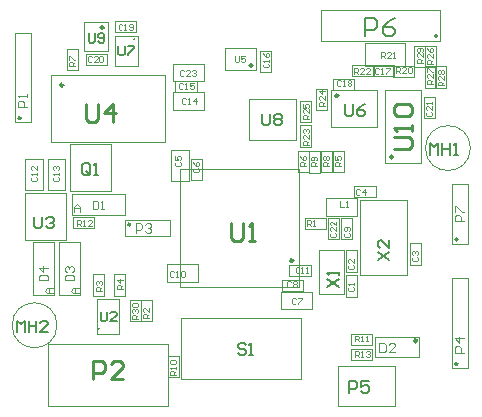
<source format=gbr>
%TF.GenerationSoftware,Altium Limited,Altium Designer,20.1.14 (287)*%
G04 Layer_Color=16711935*
%FSLAX45Y45*%
%MOMM*%
%TF.SameCoordinates,D919A4BC-3EF6-4BA5-801F-EB9C9E4D33F9*%
%TF.FilePolarity,Positive*%
%TF.FileFunction,Other,Assembly_top*%
%TF.Part,Single*%
G01*
G75*
%TA.AperFunction,NonConductor*%
%ADD55C,0.20000*%
%ADD61C,0.25000*%
%ADD62C,0.25400*%
%ADD63C,0.10000*%
%ADD105C,0.15000*%
D55*
X1095000Y3125000D02*
G03*
X1095000Y3125000I-5590J0D01*
G01*
X796181Y672500D02*
G03*
X796181Y672500I-5590J0D01*
G01*
X3051371Y3149427D02*
Y3299378D01*
X3126347D01*
X3151338Y3274386D01*
Y3224402D01*
X3126347Y3199410D01*
X3051371D01*
X3301290Y3299378D02*
X3251306Y3274386D01*
X3201322Y3224402D01*
Y3174418D01*
X3226314Y3149427D01*
X3276298D01*
X3301290Y3174418D01*
Y3199410D01*
X3276298Y3224402D01*
X3201322D01*
D61*
X2440000Y1248774D02*
G03*
X2440000Y1248774I-12500J0D01*
G01*
X493108Y2732700D02*
G03*
X493108Y2732700I-12500J0D01*
G01*
X835000Y3220000D02*
G03*
X835000Y3220000I-12500J0D01*
G01*
X2095685Y2900127D02*
G03*
X2095685Y2900127I-12500J0D01*
G01*
X2821371Y2645126D02*
G03*
X2821371Y2645126I-12500J0D01*
G01*
X3283871Y2125026D02*
G03*
X3283871Y2125026I-10000J0D01*
G01*
X3486925Y569400D02*
G03*
X3486925Y569400I-12500J0D01*
G01*
D62*
X130002Y2454201D02*
G03*
X130002Y2454201I-7502J0D01*
G01*
X3830001Y1425325D02*
G03*
X3830001Y1425325I-7502J0D01*
G01*
Y373500D02*
G03*
X3830001Y373500I-7502J0D01*
G01*
X3655373Y3149427D02*
G03*
X3655373Y3149427I-7502J0D01*
G01*
X1058001Y1553774D02*
G03*
X1058001Y1553774I-7502J0D01*
G01*
X1910000Y1562351D02*
Y1435392D01*
X1935392Y1410000D01*
X1986175D01*
X2011567Y1435392D01*
Y1562351D01*
X2062351Y1410000D02*
X2113134D01*
X2087743D01*
Y1562351D01*
X2062351Y1536959D01*
X682500Y2574051D02*
Y2447092D01*
X707892Y2421701D01*
X758675D01*
X784067Y2447092D01*
Y2574051D01*
X911026Y2421701D02*
Y2574051D01*
X834851Y2497876D01*
X936418D01*
X3296520Y2190027D02*
X3423479D01*
X3448871Y2215418D01*
Y2266202D01*
X3423479Y2291594D01*
X3296520D01*
X3448871Y2342377D02*
Y2393161D01*
Y2367769D01*
X3296520D01*
X3321912Y2342377D01*
Y2469336D02*
X3296520Y2494728D01*
Y2545512D01*
X3321912Y2570903D01*
X3423479D01*
X3448871Y2545512D01*
Y2494728D01*
X3423479Y2469336D01*
X3321912D01*
X745000Y242500D02*
Y394851D01*
X821175D01*
X846567Y369459D01*
Y318675D01*
X821175Y293283D01*
X745000D01*
X998918Y242500D02*
X897351D01*
X998918Y344067D01*
Y369459D01*
X973526Y394851D01*
X922742D01*
X897351Y369459D01*
D63*
X3940000Y2200000D02*
G03*
X3940000Y2200000I-190000J0D01*
G01*
X440000Y700000D02*
G03*
X440000Y700000I-190000J0D01*
G01*
X1420000Y2765000D02*
Y2915000D01*
Y2765000D02*
X1682500D01*
X1420000Y2915000D02*
X1682500D01*
Y2765000D02*
Y2915000D01*
X1055000Y915000D02*
X1147500D01*
X1055000Y735000D02*
Y915000D01*
X1147500Y735000D02*
Y915000D01*
X1055000Y735000D02*
X1147500D01*
X2490000Y1023774D02*
Y2021274D01*
X1485000D02*
X2490000D01*
X1485000Y1023774D02*
Y2021274D01*
Y1023774D02*
X2490000D01*
X385608Y2822700D02*
X1358108D01*
Y2255200D02*
Y2822700D01*
X385608Y2255200D02*
X1358108D01*
X385608D02*
Y2822700D01*
X2507500Y242500D02*
Y760000D01*
X1490000D02*
X2507500D01*
X1490000Y242500D02*
X2507500D01*
X1490000D02*
Y760000D01*
X1152500Y735000D02*
X1245000D01*
Y915000D01*
X1152500Y735000D02*
Y915000D01*
X1245000D01*
X1420000Y2525000D02*
Y2675000D01*
Y2525000D02*
X1682500D01*
X1420000Y2675000D02*
X1682500D01*
Y2525000D02*
Y2675000D01*
X1442500Y2672500D02*
Y2765000D01*
Y2672500D02*
X1622500D01*
X1442500Y2765000D02*
X1622500D01*
Y2672500D02*
Y2765000D01*
X82500Y2416701D02*
X217500D01*
X82500D02*
Y3176701D01*
X217500D01*
Y2416701D02*
Y3176701D01*
X3782500Y1387825D02*
X3917500D01*
X3782500D02*
Y1897825D01*
X3917500Y1387825D02*
Y1897825D01*
X3782500D02*
X3917500D01*
X3782500Y336000D02*
X3917500D01*
X3782500D02*
Y1096000D01*
X3917500D01*
Y336000D02*
Y1096000D01*
X3685371Y3109427D02*
Y3369427D01*
X2675371Y3109427D02*
X3685371D01*
X2675371D02*
Y3369427D01*
X3685371D01*
X872500Y3025000D02*
Y3270000D01*
X672500Y3025000D02*
X872500D01*
X672500D02*
Y3270000D01*
X872500D01*
X927500Y2895000D02*
X1122500D01*
X927500D02*
Y3150000D01*
X1122500D01*
Y2895000D02*
Y3150000D01*
X2158185Y2845126D02*
X2250685D01*
Y3025127D01*
X2158185Y2845126D02*
Y3025127D01*
X2250685D01*
X2776070Y2695826D02*
Y2788326D01*
Y2695826D02*
X2956071D01*
X2776070Y2788326D02*
X2956071D01*
Y2695826D02*
Y2788326D01*
X3643871Y2712627D02*
X3736371D01*
Y2892627D01*
X3643871Y2712627D02*
Y2892627D01*
X3736371D01*
X3556371D02*
X3648871D01*
X3556371Y2712627D02*
Y2892627D01*
X3648871Y2712627D02*
Y2892627D01*
X3556371Y2712627D02*
X3648871D01*
X3556371Y3062627D02*
X3648871D01*
X3556371Y2882626D02*
Y3062627D01*
X3648871Y2882626D02*
Y3062627D01*
X3556371Y2882626D02*
X3648871D01*
X1860685Y2857626D02*
Y3050126D01*
Y2857626D02*
X2125685D01*
X1860685Y3050126D02*
X2125685D01*
Y2857626D02*
Y3050126D01*
X2636071Y2523326D02*
X2728571D01*
Y2703327D01*
X2636071Y2523326D02*
Y2703327D01*
X2728571D01*
X2758871Y2375126D02*
Y2695126D01*
Y2375126D02*
X3151371D01*
Y2695126D01*
X2758871D02*
X3151371D01*
X2941371Y2807627D02*
Y2900127D01*
Y2807627D02*
X3121371D01*
X2941371Y2900127D02*
X3121371D01*
Y2807627D02*
Y2900127D01*
X3293246Y2807627D02*
Y2900127D01*
X3113245D02*
X3293246D01*
X3113245Y2807627D02*
X3293246D01*
X3113245D02*
Y2900127D01*
X3463871Y2805127D02*
Y2897627D01*
X3283870D02*
X3463871D01*
X3283870Y2805127D02*
X3463871D01*
X3283870D02*
Y2897627D01*
X862500Y2905000D02*
Y2997500D01*
X682500D02*
X862500D01*
X682500Y2905000D02*
X862500D01*
X682500D02*
Y2997500D01*
X1112500Y3180000D02*
Y3272500D01*
X932500D02*
X1112500D01*
X932500Y3180000D02*
X1112500D01*
X932500D02*
Y3272500D01*
X3461771Y3062627D02*
X3554271D01*
X3461771Y2882626D02*
Y3062627D01*
X3554271Y2882626D02*
Y3062627D01*
X3461771Y2882626D02*
X3554271D01*
X3051371Y3087627D02*
X3386371D01*
X3051371Y2895127D02*
Y3087627D01*
Y2895127D02*
X3386371D01*
Y3087627D01*
X3216371Y2077526D02*
Y2690027D01*
X3523871D01*
Y2077526D02*
Y2690027D01*
X3216371Y2077526D02*
X3523871D01*
X3548673Y2632728D02*
X3641173D01*
X3548673Y2452728D02*
Y2632728D01*
X3641173Y2452728D02*
Y2632728D01*
X3548673Y2452728D02*
X3641173D01*
X2498370Y2212126D02*
X2590870D01*
Y2392127D01*
X2498370Y2212126D02*
Y2392127D01*
X2590870D01*
X2463185Y2269027D02*
Y2616527D01*
X2065685D02*
X2463185D01*
X2065685Y2269027D02*
Y2616527D01*
Y2269027D02*
X2463185D01*
X2500070Y2417152D02*
X2592570D01*
Y2597152D01*
X2500070Y2417152D02*
Y2597152D01*
X2592570D01*
X2818245Y353813D02*
X3301438D01*
Y18897D02*
Y353813D01*
X2818245Y18897D02*
X3301438D01*
X2818245D02*
Y353813D01*
X2885500Y1153000D02*
X2978000D01*
Y1333000D01*
X2885500Y1153000D02*
Y1333000D01*
X2978000D01*
X3001825Y1128000D02*
X3401825D01*
Y1760500D01*
X3001825D02*
X3401825D01*
X3001825Y1128000D02*
Y1760500D01*
X567500Y1810000D02*
X1015000D01*
Y1632500D02*
Y1810000D01*
X567500Y1632500D02*
X1015000D01*
X567500D02*
Y1810000D01*
X2719365Y1625000D02*
Y1775000D01*
Y1625000D02*
X2981865D01*
X2719365Y1775000D02*
X2981865D01*
Y1625000D02*
Y1775000D01*
X925000Y1130000D02*
X1017500D01*
X925000Y950000D02*
Y1130000D01*
X1017500Y950000D02*
Y1130000D01*
X925000Y950000D02*
X1017500D01*
X745000Y1130000D02*
X837500D01*
X745000Y950000D02*
Y1130000D01*
X837500Y950000D02*
Y1130000D01*
X745000Y950000D02*
X837500D01*
X361651Y12500D02*
Y541113D01*
Y12500D02*
X1378700D01*
Y541113D01*
X361651D02*
X1378700D01*
X780000Y630000D02*
Y922500D01*
Y630000D02*
X965000D01*
Y922500D01*
X780000D02*
X965000D01*
X1013000Y1458774D02*
X1398000D01*
Y1593774D01*
X1013000D02*
X1398000D01*
X1013000Y1458774D02*
Y1593774D01*
X1377500Y260000D02*
X1470000D01*
Y440000D01*
X1377500Y260000D02*
Y440000D01*
X1470000D01*
X3134423Y429400D02*
Y604400D01*
X3509425D01*
Y429400D02*
Y604400D01*
X3134423Y429400D02*
X3509425D01*
X237500Y1400895D02*
X415000D01*
X237500Y953395D02*
Y1400895D01*
X415000Y953395D02*
Y1400895D01*
X237500Y953395D02*
X415000D01*
X2732500Y1607500D02*
X2825000D01*
X2732500Y1427500D02*
Y1607500D01*
X2825000Y1427500D02*
Y1607500D01*
X2732500Y1427500D02*
X2825000D01*
X457500Y953395D02*
Y1400895D01*
X635000D01*
Y953395D02*
Y1400895D01*
X457500Y953395D02*
X635000D01*
X575000Y1520000D02*
Y1612500D01*
Y1520000D02*
X755000D01*
X575000Y1612500D02*
X755000D01*
Y1520000D02*
Y1612500D01*
X550000Y1837500D02*
Y2235000D01*
X897500D01*
Y1837500D02*
Y2235000D01*
X550000Y1837500D02*
X897500D01*
X515000Y1422500D02*
Y1820000D01*
X167500Y1422500D02*
X515000D01*
X167500D02*
Y1820000D01*
X515000D01*
X170200Y2110025D02*
X320200D01*
X170200Y1847525D02*
Y2110025D01*
X320200Y1847525D02*
Y2110025D01*
X170200Y1847525D02*
X320200D01*
X360200Y2110025D02*
X510200D01*
X360200Y1847525D02*
Y2110025D01*
X510200Y1847525D02*
Y2110025D01*
X360200Y1847525D02*
X510200D01*
X2660000Y964275D02*
X2870000D01*
Y1339275D01*
X2660000D02*
X2870000D01*
X2660000Y964275D02*
Y1339275D01*
X2888000Y1122500D02*
X2980500D01*
X2888000Y942500D02*
Y1122500D01*
X2980500Y942500D02*
Y1122500D01*
X2888000Y942500D02*
X2980500D01*
X2957500Y1783825D02*
Y1876325D01*
Y1783825D02*
X3137500D01*
X2957500Y1876325D02*
X3137500D01*
Y1783825D02*
Y1876325D01*
X3428871Y1392500D02*
X3521371D01*
X3428871Y1212500D02*
Y1392500D01*
X3521371Y1212500D02*
Y1392500D01*
X3428871Y1212500D02*
X3521371D01*
X2602500Y835000D02*
Y985000D01*
X2340000D02*
X2602500D01*
X2340000Y835000D02*
X2602500D01*
X2340000D02*
Y985000D01*
X2522500Y988774D02*
Y1081274D01*
X2342500D02*
X2522500D01*
X2342500Y988774D02*
X2522500D01*
X2342500D02*
Y1081274D01*
X525000Y2860000D02*
X617500D01*
Y3040000D01*
X525000Y2860000D02*
Y3040000D01*
X617500D01*
X2407500Y1115000D02*
Y1207500D01*
Y1115000D02*
X2587500D01*
X2407500Y1207500D02*
X2587500D01*
Y1115000D02*
Y1207500D01*
X2717500Y1515000D02*
Y1607500D01*
X2537500D02*
X2717500D01*
X2537500Y1515000D02*
X2717500D01*
X2537500D02*
Y1607500D01*
X2848400Y1427500D02*
X2940900D01*
Y1607500D01*
X2848400Y1427500D02*
Y1607500D01*
X2940900D01*
X1575000Y2111300D02*
X1667500D01*
X1575000Y1931299D02*
Y2111300D01*
X1667500Y1931299D02*
Y2111300D01*
X1575000Y1931299D02*
X1667500D01*
X1405000Y2181300D02*
X1555000D01*
X1405000Y1918800D02*
Y2181300D01*
X1555000Y1918800D02*
Y2181300D01*
X1405000Y1918800D02*
X1555000D01*
X1367500Y1065000D02*
Y1215000D01*
Y1065000D02*
X1630000D01*
X1367500Y1215000D02*
X1630000D01*
Y1065000D02*
Y1215000D01*
X2929240Y534300D02*
Y626800D01*
Y534300D02*
X3109240D01*
X2929240Y626800D02*
X3109240D01*
Y534300D02*
Y626800D01*
X2929240Y409275D02*
Y501774D01*
Y409275D02*
X3109240D01*
X2929240Y501774D02*
X3109240D01*
Y409275D02*
Y501774D01*
X2477713Y1994309D02*
X2570213D01*
Y2174309D01*
X2477713Y1994309D02*
Y2174309D01*
X2570213D01*
X2571773Y1992500D02*
X2664273D01*
Y2172500D01*
X2571773Y1992500D02*
Y2172500D01*
X2664273D01*
X2673974Y1994309D02*
X2766474D01*
Y2174309D01*
X2673974Y1994309D02*
Y2174309D01*
X2766474D01*
X2774365Y1993839D02*
X2866865D01*
Y2173839D01*
X2774365Y1993839D02*
Y2173839D01*
X2866865D01*
X1518323Y2851653D02*
X1509992Y2859984D01*
X1493331D01*
X1485000Y2851653D01*
Y2818331D01*
X1493331Y2810000D01*
X1509992D01*
X1518323Y2818331D01*
X1568306Y2810000D02*
X1534984D01*
X1568306Y2843322D01*
Y2851653D01*
X1559976Y2859984D01*
X1543314D01*
X1534984Y2851653D01*
X1584967D02*
X1593298Y2859984D01*
X1609959D01*
X1618290Y2851653D01*
Y2843322D01*
X1609959Y2834992D01*
X1601628D01*
X1609959D01*
X1618290Y2826661D01*
Y2818331D01*
X1609959Y2810000D01*
X1593298D01*
X1584967Y2818331D01*
X1124837Y755751D02*
X1074853D01*
Y780743D01*
X1083184Y789074D01*
X1099845D01*
X1108176Y780743D01*
Y755751D01*
Y772412D02*
X1124837Y789074D01*
X1083184Y805735D02*
X1074853Y814065D01*
Y830727D01*
X1083184Y839057D01*
X1091514D01*
X1099845Y830727D01*
Y822396D01*
Y830727D01*
X1108176Y839057D01*
X1116506D01*
X1124837Y830727D01*
Y814065D01*
X1116506Y805735D01*
X1083184Y855718D02*
X1074853Y864049D01*
Y880710D01*
X1083184Y889041D01*
X1116506D01*
X1124837Y880710D01*
Y864049D01*
X1116506Y855718D01*
X1083184D01*
X1219364Y761568D02*
X1169380D01*
Y786560D01*
X1177711Y794891D01*
X1194372D01*
X1202703Y786560D01*
Y761568D01*
Y778229D02*
X1219364Y794891D01*
Y844874D02*
Y811552D01*
X1186042Y844874D01*
X1177711D01*
X1169380Y836544D01*
Y819883D01*
X1177711Y811552D01*
X1533323Y2612853D02*
X1524992Y2621184D01*
X1508331D01*
X1500000Y2612853D01*
Y2579531D01*
X1508331Y2571200D01*
X1524992D01*
X1533323Y2579531D01*
X1549984Y2571200D02*
X1566645D01*
X1558314D01*
Y2621184D01*
X1549984Y2612853D01*
X1616629Y2571200D02*
Y2621184D01*
X1591637Y2596192D01*
X1624959D01*
X1508322Y2742853D02*
X1499992Y2751184D01*
X1483331D01*
X1475000Y2742853D01*
Y2709531D01*
X1483331Y2701200D01*
X1499992D01*
X1508322Y2709531D01*
X1524983Y2701200D02*
X1541645D01*
X1533314D01*
Y2751184D01*
X1524983Y2742853D01*
X1599959Y2751184D02*
X1566637D01*
Y2726192D01*
X1583298Y2734523D01*
X1591629D01*
X1599959Y2726192D01*
Y2709531D01*
X1591629Y2701200D01*
X1574967D01*
X1566637Y2709531D01*
X187500Y2549201D02*
X107526D01*
Y2589188D01*
X120855Y2602517D01*
X147513D01*
X160842Y2589188D01*
Y2549201D01*
X187500Y2629175D02*
Y2655833D01*
Y2642504D01*
X107526D01*
X120855Y2629175D01*
X3886297Y1579283D02*
X3806323D01*
Y1619270D01*
X3819652Y1632599D01*
X3846310D01*
X3859639Y1619270D01*
Y1579283D01*
X3806323Y1659257D02*
Y1712573D01*
X3819652D01*
X3872968Y1659257D01*
X3886297D01*
X3887500Y468500D02*
X3807526D01*
Y508487D01*
X3820855Y521816D01*
X3847513D01*
X3860842Y508487D01*
Y468500D01*
X3887500Y588461D02*
X3807526D01*
X3847513Y548474D01*
Y601790D01*
X2191532Y2915949D02*
X2183202Y2907618D01*
Y2890957D01*
X2191532Y2882626D01*
X2224855D01*
X2233185Y2890957D01*
Y2907618D01*
X2224855Y2915949D01*
X2233185Y2932610D02*
Y2949271D01*
Y2940941D01*
X2183202D01*
X2191532Y2932610D01*
X2183202Y3007586D02*
X2191532Y2990924D01*
X2208193Y2974263D01*
X2224855D01*
X2233185Y2982594D01*
Y2999255D01*
X2224855Y3007586D01*
X2216524D01*
X2208193Y2999255D01*
Y2974263D01*
X2841893Y2765680D02*
X2833562Y2774010D01*
X2816901D01*
X2808570Y2765680D01*
Y2732357D01*
X2816901Y2724027D01*
X2833562D01*
X2841893Y2732357D01*
X2858554Y2724027D02*
X2875215D01*
X2866885D01*
Y2774010D01*
X2858554Y2765680D01*
X2900207D02*
X2908538Y2774010D01*
X2925199D01*
X2933530Y2765680D01*
Y2757349D01*
X2925199Y2749018D01*
X2933530Y2740688D01*
Y2732357D01*
X2925199Y2724027D01*
X2908538D01*
X2900207Y2732357D01*
Y2740688D01*
X2908538Y2749018D01*
X2900207Y2757349D01*
Y2765680D01*
X2908538Y2749018D02*
X2925199D01*
X3713871Y2730127D02*
X3663887D01*
Y2755118D01*
X3672218Y2763449D01*
X3688879D01*
X3697210Y2755118D01*
Y2730127D01*
Y2746788D02*
X3713871Y2763449D01*
Y2813433D02*
Y2780110D01*
X3680548Y2813433D01*
X3672218D01*
X3663887Y2805102D01*
Y2788441D01*
X3672218Y2780110D01*
Y2830094D02*
X3663887Y2838425D01*
Y2855086D01*
X3672218Y2863416D01*
X3680548D01*
X3688879Y2855086D01*
X3697210Y2863416D01*
X3705540D01*
X3713871Y2855086D01*
Y2838425D01*
X3705540Y2830094D01*
X3697210D01*
X3688879Y2838425D01*
X3680548Y2830094D01*
X3672218D01*
X3688879Y2838425D02*
Y2855086D01*
X3621371Y2742627D02*
X3571387D01*
Y2767619D01*
X3579718Y2775949D01*
X3596379D01*
X3604710Y2767619D01*
Y2742627D01*
Y2759288D02*
X3621371Y2775949D01*
Y2825933D02*
Y2792610D01*
X3588048Y2825933D01*
X3579718D01*
X3571387Y2817602D01*
Y2800941D01*
X3579718Y2792610D01*
X3571387Y2842594D02*
Y2875917D01*
X3579718D01*
X3613040Y2842594D01*
X3621371D01*
Y2912627D02*
X3571387D01*
Y2937618D01*
X3579718Y2945949D01*
X3596379D01*
X3604710Y2937618D01*
Y2912627D01*
Y2929288D02*
X3621371Y2945949D01*
Y2995933D02*
Y2962610D01*
X3588048Y2995933D01*
X3579718D01*
X3571387Y2987602D01*
Y2970941D01*
X3579718Y2962610D01*
X3571387Y3045916D02*
X3579718Y3029255D01*
X3596379Y3012594D01*
X3613040D01*
X3621371Y3020925D01*
Y3037586D01*
X3613040Y3045916D01*
X3604710D01*
X3596379Y3037586D01*
Y3012594D01*
X1950000Y2979984D02*
Y2938331D01*
X1958331Y2930000D01*
X1974992D01*
X1983322Y2938331D01*
Y2979984D01*
X2033306D02*
X1999984D01*
Y2954992D01*
X2016645Y2963322D01*
X2024975D01*
X2033306Y2954992D01*
Y2938331D01*
X2024975Y2930000D01*
X2008314D01*
X1999984Y2938331D01*
X2705879Y2555940D02*
X2655895D01*
Y2580931D01*
X2664225Y2589262D01*
X2680887D01*
X2689217Y2580931D01*
Y2555940D01*
Y2572601D02*
X2705879Y2589262D01*
Y2639246D02*
Y2605923D01*
X2672556Y2639246D01*
X2664225D01*
X2655895Y2630915D01*
Y2614254D01*
X2664225Y2605923D01*
X2705879Y2680899D02*
X2655895D01*
X2680887Y2655907D01*
Y2689229D01*
X2958871Y2830127D02*
Y2880110D01*
X2983862D01*
X2992193Y2871780D01*
Y2855118D01*
X2983862Y2846788D01*
X2958871D01*
X2975532D02*
X2992193Y2830127D01*
X3042177D02*
X3008854D01*
X3042177Y2863449D01*
Y2871780D01*
X3033846Y2880110D01*
X3017185D01*
X3008854Y2871780D01*
X3092160Y2830127D02*
X3058838D01*
X3092160Y2863449D01*
Y2871780D01*
X3083830Y2880110D01*
X3067169D01*
X3058838Y2871780D01*
X3164068D02*
X3155737Y2880110D01*
X3139076D01*
X3130746Y2871780D01*
Y2838457D01*
X3139076Y2830127D01*
X3155737D01*
X3164068Y2838457D01*
X3180729Y2830127D02*
X3197390D01*
X3189060D01*
Y2880110D01*
X3180729Y2871780D01*
X3222382Y2880110D02*
X3255705D01*
Y2871780D01*
X3222382Y2838457D01*
Y2830127D01*
X3311371Y2832627D02*
Y2882610D01*
X3336363D01*
X3344693Y2874280D01*
Y2857618D01*
X3336363Y2849288D01*
X3311371D01*
X3328032D02*
X3344693Y2832627D01*
X3394677D02*
X3361354D01*
X3394677Y2865949D01*
Y2874280D01*
X3386346Y2882610D01*
X3369685D01*
X3361354Y2874280D01*
X3411338D02*
X3419669Y2882610D01*
X3436330D01*
X3444661Y2874280D01*
Y2840957D01*
X3436330Y2832627D01*
X3419669D01*
X3411338Y2840957D01*
Y2874280D01*
X733323Y2969153D02*
X724992Y2977484D01*
X708331D01*
X700000Y2969153D01*
Y2935831D01*
X708331Y2927500D01*
X724992D01*
X733323Y2935831D01*
X783306Y2927500D02*
X749984D01*
X783306Y2960823D01*
Y2969153D01*
X774976Y2977484D01*
X758314D01*
X749984Y2969153D01*
X799967D02*
X808298Y2977484D01*
X824959D01*
X833290Y2969153D01*
Y2935831D01*
X824959Y2927500D01*
X808298D01*
X799967Y2935831D01*
Y2969153D01*
X994616Y3244390D02*
X986286Y3252720D01*
X969624D01*
X961294Y3244390D01*
Y3211067D01*
X969624Y3202737D01*
X986286D01*
X994616Y3211067D01*
X1011277Y3202737D02*
X1027939D01*
X1019608D01*
Y3252720D01*
X1011277Y3244390D01*
X1052931Y3211067D02*
X1061261Y3202737D01*
X1077922D01*
X1086253Y3211067D01*
Y3244390D01*
X1077922Y3252720D01*
X1061261D01*
X1052931Y3244390D01*
Y3236059D01*
X1061261Y3227729D01*
X1086253D01*
X3536771Y2917627D02*
X3486787D01*
Y2942618D01*
X3495118Y2950949D01*
X3511779D01*
X3520110Y2942618D01*
Y2917627D01*
Y2934288D02*
X3536771Y2950949D01*
Y3000933D02*
Y2967610D01*
X3503448Y3000933D01*
X3495118D01*
X3486787Y2992602D01*
Y2975941D01*
X3495118Y2967610D01*
X3528440Y3017594D02*
X3536771Y3025925D01*
Y3042586D01*
X3528440Y3050916D01*
X3495118D01*
X3486787Y3042586D01*
Y3025925D01*
X3495118Y3017594D01*
X3503448D01*
X3511779Y3025925D01*
Y3050916D01*
X3181371Y2962627D02*
Y3012610D01*
X3206363D01*
X3214693Y3004280D01*
Y2987618D01*
X3206363Y2979288D01*
X3181371D01*
X3198032D02*
X3214693Y2962627D01*
X3264677D02*
X3231354D01*
X3264677Y2995949D01*
Y3004280D01*
X3256346Y3012610D01*
X3239685D01*
X3231354Y3004280D01*
X3281338Y2962627D02*
X3297999D01*
X3289669D01*
Y3012610D01*
X3281338Y3004280D01*
X3577020Y2503550D02*
X3568689Y2495220D01*
Y2478558D01*
X3577020Y2470228D01*
X3610342D01*
X3618673Y2478558D01*
Y2495220D01*
X3610342Y2503550D01*
X3618673Y2553534D02*
Y2520211D01*
X3585350Y2553534D01*
X3577020D01*
X3568689Y2545203D01*
Y2528542D01*
X3577020Y2520211D01*
X3618673Y2570195D02*
Y2586856D01*
Y2578526D01*
X3568689D01*
X3577020Y2570195D01*
X2572378Y2230387D02*
X2522394D01*
Y2255379D01*
X2530725Y2263710D01*
X2547386D01*
X2555717Y2255379D01*
Y2230387D01*
Y2247048D02*
X2572378Y2263710D01*
Y2313693D02*
Y2280371D01*
X2539056Y2313693D01*
X2530725D01*
X2522394Y2305363D01*
Y2288702D01*
X2530725Y2280371D01*
Y2330354D02*
X2522394Y2338685D01*
Y2355346D01*
X2530725Y2363677D01*
X2539056D01*
X2547386Y2355346D01*
Y2347016D01*
Y2355346D01*
X2555717Y2363677D01*
X2564047D01*
X2572378Y2355346D01*
Y2338685D01*
X2564047Y2330354D01*
X2570036Y2443519D02*
X2520053D01*
Y2468510D01*
X2528383Y2476841D01*
X2545044D01*
X2553375Y2468510D01*
Y2443519D01*
Y2460180D02*
X2570036Y2476841D01*
Y2526825D02*
Y2493502D01*
X2536714Y2526825D01*
X2528383D01*
X2520053Y2518494D01*
Y2501833D01*
X2528383Y2493502D01*
X2520053Y2576808D02*
Y2543486D01*
X2545044D01*
X2536714Y2560147D01*
Y2568478D01*
X2545044Y2576808D01*
X2561706D01*
X2570036Y2568478D01*
Y2551817D01*
X2561706Y2543486D01*
X2914829Y1212107D02*
X2906498Y1203776D01*
Y1187115D01*
X2914829Y1178784D01*
X2948151D01*
X2956482Y1187115D01*
Y1203776D01*
X2948151Y1212107D01*
X2956482Y1262090D02*
Y1228768D01*
X2923160Y1262090D01*
X2914829D01*
X2906498Y1253759D01*
Y1237098D01*
X2914829Y1228768D01*
X741412Y1754542D02*
Y1684565D01*
X776401D01*
X788064Y1696227D01*
Y1742879D01*
X776401Y1754542D01*
X741412D01*
X811390Y1684565D02*
X834715D01*
X823052D01*
Y1754542D01*
X811390Y1742879D01*
X586207Y1656767D02*
Y1703418D01*
X609533Y1726744D01*
X632859Y1703418D01*
Y1656767D01*
Y1691756D01*
X586207D01*
X2839365Y1749984D02*
Y1700000D01*
X2872688D01*
X2889349D02*
X2906010D01*
X2897679D01*
Y1749984D01*
X2889349Y1741653D01*
X1000000Y1010000D02*
X950016D01*
Y1034992D01*
X958347Y1043322D01*
X975008D01*
X983339Y1034992D01*
Y1010000D01*
Y1026661D02*
X1000000Y1043322D01*
Y1084975D02*
X950016D01*
X975008Y1059983D01*
Y1093306D01*
X820173Y991933D02*
X770189D01*
Y1016925D01*
X778520Y1025256D01*
X795181D01*
X803512Y1016925D01*
Y991933D01*
Y1008594D02*
X820173Y1025256D01*
X778520Y1041917D02*
X770189Y1050247D01*
Y1066908D01*
X778520Y1075239D01*
X786850D01*
X795181Y1066908D01*
Y1058578D01*
Y1066908D01*
X803512Y1075239D01*
X811842D01*
X820173Y1066908D01*
Y1050247D01*
X811842Y1041917D01*
X1105500Y1483774D02*
Y1563748D01*
X1145487D01*
X1158816Y1550420D01*
Y1523761D01*
X1145487Y1510432D01*
X1105500D01*
X1185474Y1550420D02*
X1198803Y1563748D01*
X1225461D01*
X1238790Y1550420D01*
Y1537090D01*
X1225461Y1523761D01*
X1212132D01*
X1225461D01*
X1238790Y1510432D01*
Y1497103D01*
X1225461Y1483774D01*
X1198803D01*
X1185474Y1497103D01*
X1447500Y277500D02*
X1397516D01*
Y302492D01*
X1405847Y310823D01*
X1422508D01*
X1430839Y302492D01*
Y277500D01*
Y294161D02*
X1447500Y310823D01*
Y327484D02*
Y344145D01*
Y335814D01*
X1397516D01*
X1405847Y327484D01*
Y369137D02*
X1397516Y377468D01*
Y394129D01*
X1405847Y402459D01*
X1439169D01*
X1447500Y394129D01*
Y377468D01*
X1439169Y369137D01*
X1405847D01*
X3169425Y549374D02*
Y469400D01*
X3209412D01*
X3222741Y482729D01*
Y536045D01*
X3209412Y549374D01*
X3169425D01*
X3302716Y469400D02*
X3249399D01*
X3302716Y522716D01*
Y536045D01*
X3289387Y549374D01*
X3262729D01*
X3249399Y536045D01*
X290022Y1080895D02*
X360000D01*
Y1115884D01*
X348337Y1127547D01*
X301685D01*
X290022Y1115884D01*
Y1080895D01*
X360000Y1185861D02*
X290022D01*
X325011Y1150873D01*
Y1197524D01*
X405000Y970895D02*
X358348D01*
X335022Y994221D01*
X358348Y1017547D01*
X405000D01*
X370011D01*
Y970895D01*
X2760847Y1478323D02*
X2752516Y1469992D01*
Y1453331D01*
X2760847Y1445000D01*
X2794169D01*
X2802500Y1453331D01*
Y1469992D01*
X2794169Y1478323D01*
X2802500Y1528306D02*
Y1494984D01*
X2769178Y1528306D01*
X2760847D01*
X2752516Y1519976D01*
Y1503314D01*
X2760847Y1494984D01*
X2802500Y1578290D02*
Y1544967D01*
X2769178Y1578290D01*
X2760847D01*
X2752516Y1569959D01*
Y1553298D01*
X2760847Y1544967D01*
X510022Y1080895D02*
X580000D01*
Y1115884D01*
X568337Y1127547D01*
X521685D01*
X510022Y1115884D01*
Y1080895D01*
X521685Y1150873D02*
X510022Y1162536D01*
Y1185861D01*
X521685Y1197524D01*
X533348D01*
X545011Y1185861D01*
Y1174199D01*
Y1185861D01*
X556674Y1197524D01*
X568337D01*
X580000Y1185861D01*
Y1162536D01*
X568337Y1150873D01*
X625000Y970895D02*
X578348D01*
X555023Y994221D01*
X578348Y1017547D01*
X625000D01*
X590011D01*
Y970895D01*
X609372Y1543258D02*
Y1593242D01*
X634363D01*
X642694Y1584911D01*
Y1568250D01*
X634363Y1559919D01*
X609372D01*
X626033D02*
X642694Y1543258D01*
X659355D02*
X676016D01*
X667686D01*
Y1593242D01*
X659355Y1584911D01*
X734331Y1543258D02*
X701009D01*
X734331Y1576581D01*
Y1584911D01*
X726000Y1593242D01*
X709339D01*
X701009Y1584911D01*
X227647Y1953322D02*
X219316Y1944992D01*
Y1928331D01*
X227647Y1920000D01*
X260969D01*
X269300Y1928331D01*
Y1944992D01*
X260969Y1953322D01*
X269300Y1969984D02*
Y1986645D01*
Y1978314D01*
X219316D01*
X227647Y1969984D01*
X269300Y2044959D02*
Y2011637D01*
X235977Y2044959D01*
X227647D01*
X219316Y2036629D01*
Y2019968D01*
X227647Y2011637D01*
X417647Y1953322D02*
X409316Y1944992D01*
Y1928331D01*
X417647Y1920000D01*
X450969D01*
X459300Y1928331D01*
Y1944992D01*
X450969Y1953322D01*
X459300Y1969984D02*
Y1986645D01*
Y1978314D01*
X409316D01*
X417647Y1969984D01*
Y2011637D02*
X409316Y2019968D01*
Y2036629D01*
X417647Y2044959D01*
X425977D01*
X434308Y2036629D01*
Y2028298D01*
Y2036629D01*
X442639Y2044959D01*
X450969D01*
X459300Y2036629D01*
Y2019968D01*
X450969Y2011637D01*
X2914072Y1023323D02*
X2905742Y1014992D01*
Y998331D01*
X2914072Y990000D01*
X2947395D01*
X2955726Y998331D01*
Y1014992D01*
X2947395Y1023323D01*
X2955726Y1039984D02*
Y1056645D01*
Y1048314D01*
X2905742D01*
X2914072Y1039984D01*
X3008323Y1847978D02*
X2999992Y1856308D01*
X2983331D01*
X2975000Y1847978D01*
Y1814656D01*
X2983331Y1806325D01*
X2999992D01*
X3008323Y1814656D01*
X3049976Y1806325D02*
Y1856308D01*
X3024984Y1831317D01*
X3058306D01*
X3458197Y1277685D02*
X3449866Y1269355D01*
Y1252693D01*
X3458197Y1244363D01*
X3491519D01*
X3499850Y1252693D01*
Y1269355D01*
X3491519Y1277685D01*
X3458197Y1294346D02*
X3449866Y1302677D01*
Y1319338D01*
X3458197Y1327669D01*
X3466527D01*
X3474858Y1319338D01*
Y1311008D01*
Y1319338D01*
X3483189Y1327669D01*
X3491519D01*
X3499850Y1319338D01*
Y1302677D01*
X3491519Y1294346D01*
X2463322Y921653D02*
X2454992Y929984D01*
X2438331D01*
X2430000Y921653D01*
Y888331D01*
X2438331Y880000D01*
X2454992D01*
X2463322Y888331D01*
X2479984Y929984D02*
X2513306D01*
Y921653D01*
X2479984Y888331D01*
Y880000D01*
X2423323Y1065428D02*
X2414992Y1073758D01*
X2398331D01*
X2390000Y1065428D01*
Y1032105D01*
X2398331Y1023774D01*
X2414992D01*
X2423323Y1032105D01*
X2439984Y1065428D02*
X2448314Y1073758D01*
X2464976D01*
X2473306Y1065428D01*
Y1057097D01*
X2464976Y1048766D01*
X2473306Y1040436D01*
Y1032105D01*
X2464976Y1023774D01*
X2448314D01*
X2439984Y1032105D01*
Y1040436D01*
X2448314Y1048766D01*
X2439984Y1057097D01*
Y1065428D01*
X2448314Y1048766D02*
X2464976D01*
X592057Y2894368D02*
X542074D01*
Y2919360D01*
X550404Y2927691D01*
X567065D01*
X575396Y2919360D01*
Y2894368D01*
Y2911029D02*
X592057Y2927691D01*
X542074Y2944352D02*
Y2977674D01*
X550404D01*
X583727Y2944352D01*
X592057D01*
X2493322Y1181653D02*
X2484992Y1189984D01*
X2468331D01*
X2460000Y1181653D01*
Y1148331D01*
X2468331Y1140000D01*
X2484992D01*
X2493322Y1148331D01*
X2509984Y1140000D02*
X2526645D01*
X2518314D01*
Y1189984D01*
X2509984Y1181653D01*
X2551637Y1140000D02*
X2568298D01*
X2559967D01*
Y1189984D01*
X2551637Y1181653D01*
X2555000Y1537500D02*
Y1587483D01*
X2579992D01*
X2588322Y1579153D01*
Y1562492D01*
X2579992Y1554161D01*
X2555000D01*
X2571661D02*
X2588322Y1537500D01*
X2604984D02*
X2621645D01*
X2613314D01*
Y1587483D01*
X2604984Y1579153D01*
X2876747Y1478323D02*
X2868416Y1469992D01*
Y1453331D01*
X2876747Y1445000D01*
X2910069D01*
X2918400Y1453331D01*
Y1469992D01*
X2910069Y1478323D01*
Y1494984D02*
X2918400Y1503314D01*
Y1519976D01*
X2910069Y1528306D01*
X2876747D01*
X2868416Y1519976D01*
Y1503314D01*
X2876747Y1494984D01*
X2885078D01*
X2893408Y1503314D01*
Y1528306D01*
X1598347Y2033322D02*
X1590016Y2024992D01*
Y2008331D01*
X1598347Y2000000D01*
X1631669D01*
X1640000Y2008331D01*
Y2024992D01*
X1631669Y2033322D01*
X1590016Y2083306D02*
X1598347Y2066645D01*
X1615008Y2049983D01*
X1631669D01*
X1640000Y2058314D01*
Y2074975D01*
X1631669Y2083306D01*
X1623339D01*
X1615008Y2074975D01*
Y2049983D01*
X1448347Y2079597D02*
X1440016Y2071266D01*
Y2054605D01*
X1448347Y2046274D01*
X1481669D01*
X1490000Y2054605D01*
Y2071266D01*
X1481669Y2079597D01*
X1440016Y2129580D02*
Y2096258D01*
X1465008D01*
X1456678Y2112919D01*
Y2121250D01*
X1465008Y2129580D01*
X1481669D01*
X1490000Y2121250D01*
Y2104589D01*
X1481669Y2096258D01*
X1433323Y1154153D02*
X1424992Y1162484D01*
X1408331D01*
X1400000Y1154153D01*
Y1120831D01*
X1408331Y1112500D01*
X1424992D01*
X1433323Y1120831D01*
X1449984Y1112500D02*
X1466645D01*
X1458314D01*
Y1162484D01*
X1449984Y1154153D01*
X1491637D02*
X1499968Y1162484D01*
X1516629D01*
X1524959Y1154153D01*
Y1120831D01*
X1516629Y1112500D01*
X1499968D01*
X1491637Y1120831D01*
Y1154153D01*
X2964240Y563000D02*
Y612984D01*
X2989232D01*
X2997562Y604653D01*
Y587992D01*
X2989232Y579661D01*
X2964240D01*
X2980901D02*
X2997562Y563000D01*
X3014224D02*
X3030885D01*
X3022554D01*
Y612984D01*
X3014224Y604653D01*
X3055877Y563000D02*
X3072538D01*
X3064207D01*
Y612984D01*
X3055877Y604653D01*
X2961825Y433000D02*
Y482984D01*
X2986817D01*
X2995147Y474653D01*
Y457992D01*
X2986817Y449661D01*
X2961825D01*
X2978486D02*
X2995147Y433000D01*
X3011809D02*
X3028470D01*
X3020139D01*
Y482984D01*
X3011809Y474653D01*
X3053462D02*
X3061792Y482984D01*
X3078454D01*
X3086784Y474653D01*
Y466322D01*
X3078454Y457992D01*
X3070123D01*
X3078454D01*
X3086784Y449661D01*
Y441331D01*
X3078454Y433000D01*
X3061792D01*
X3053462Y441331D01*
X2545212Y2046809D02*
X2495229D01*
Y2071801D01*
X2503559Y2080131D01*
X2520221D01*
X2528551Y2071801D01*
Y2046809D01*
Y2063470D02*
X2545212Y2080131D01*
X2495229Y2130115D02*
X2503559Y2113453D01*
X2520221Y2096792D01*
X2536882D01*
X2545212Y2105123D01*
Y2121784D01*
X2536882Y2130115D01*
X2528551D01*
X2520221Y2121784D01*
Y2096792D01*
X2639273Y2045000D02*
X2589289D01*
Y2069992D01*
X2597620Y2078322D01*
X2614281D01*
X2622612Y2069992D01*
Y2045000D01*
Y2061661D02*
X2639273Y2078322D01*
X2630942Y2094983D02*
X2639273Y2103314D01*
Y2119975D01*
X2630942Y2128306D01*
X2597620D01*
X2589289Y2119975D01*
Y2103314D01*
X2597620Y2094983D01*
X2605951D01*
X2614281Y2103314D01*
Y2128306D01*
X2741474Y2046809D02*
X2691490D01*
Y2071801D01*
X2699820Y2080131D01*
X2716482D01*
X2724812Y2071801D01*
Y2046809D01*
Y2063470D02*
X2741474Y2080131D01*
X2699820Y2096792D02*
X2691490Y2105123D01*
Y2121784D01*
X2699820Y2130115D01*
X2708151D01*
X2716482Y2121784D01*
X2724812Y2130115D01*
X2733143D01*
X2741474Y2121784D01*
Y2105123D01*
X2733143Y2096792D01*
X2724812D01*
X2716482Y2105123D01*
X2708151Y2096792D01*
X2699820D01*
X2716482Y2105123D02*
Y2121784D01*
X2841865Y2046339D02*
X2791881D01*
Y2071331D01*
X2800212Y2079661D01*
X2816873D01*
X2825204Y2071331D01*
Y2046339D01*
Y2063000D02*
X2841865Y2079661D01*
X2791881Y2129645D02*
Y2096322D01*
X2816873D01*
X2808543Y2112984D01*
Y2121314D01*
X2816873Y2129645D01*
X2833534D01*
X2841865Y2121314D01*
Y2104653D01*
X2833534Y2096322D01*
D105*
X3600000Y2140000D02*
Y2239968D01*
X3633323Y2206645D01*
X3666645Y2239968D01*
Y2140000D01*
X3699968Y2239968D02*
Y2140000D01*
Y2189984D01*
X3766613D01*
Y2239968D01*
Y2140000D01*
X3799936D02*
X3833258D01*
X3816597D01*
Y2239968D01*
X3799936Y2223306D01*
X100000Y640000D02*
Y739968D01*
X133323Y706645D01*
X166645Y739968D01*
Y640000D01*
X199968Y739968D02*
Y640000D01*
Y689984D01*
X266613D01*
Y739968D01*
Y640000D01*
X366581D02*
X299936D01*
X366581Y706645D01*
Y723307D01*
X349920Y739968D01*
X316597D01*
X299936Y723307D01*
X2036645Y533306D02*
X2019984Y549968D01*
X1986661D01*
X1970000Y533306D01*
Y516645D01*
X1986661Y499984D01*
X2019984D01*
X2036645Y483322D01*
Y466661D01*
X2019984Y450000D01*
X1986661D01*
X1970000Y466661D01*
X2069968Y450000D02*
X2103290D01*
X2086629D01*
Y549968D01*
X2069968Y533306D01*
X707232Y3170389D02*
Y3103744D01*
X720561Y3090415D01*
X747219D01*
X760548Y3103744D01*
Y3170389D01*
X787206Y3103744D02*
X800535Y3090415D01*
X827193D01*
X840522Y3103744D01*
Y3157060D01*
X827193Y3170389D01*
X800535D01*
X787206Y3157060D01*
Y3143731D01*
X800535Y3130402D01*
X840522D01*
X960000Y3064675D02*
Y2998030D01*
X973329Y2984701D01*
X999987D01*
X1013316Y2998030D01*
Y3064675D01*
X1039974D02*
X1093290D01*
Y3051346D01*
X1039974Y2998030D01*
Y2984701D01*
X2880000Y2569968D02*
Y2486661D01*
X2896661Y2470000D01*
X2929984D01*
X2946645Y2486661D01*
Y2569968D01*
X3046613D02*
X3013290Y2553306D01*
X2979968Y2519984D01*
Y2486661D01*
X2996629Y2470000D01*
X3029952D01*
X3046613Y2486661D01*
Y2503322D01*
X3029952Y2519984D01*
X2979968D01*
X2175624Y2492094D02*
Y2408788D01*
X2192285Y2392127D01*
X2225608D01*
X2242269Y2408788D01*
Y2492094D01*
X2275592Y2475433D02*
X2292253Y2492094D01*
X2325575D01*
X2342237Y2475433D01*
Y2458772D01*
X2325575Y2442110D01*
X2342237Y2425449D01*
Y2408788D01*
X2325575Y2392127D01*
X2292253D01*
X2275592Y2408788D01*
Y2425449D01*
X2292253Y2442110D01*
X2275592Y2458772D01*
Y2475433D01*
X2292253Y2442110D02*
X2325575D01*
X2916438Y123897D02*
Y223864D01*
X2966422D01*
X2983083Y207203D01*
Y173881D01*
X2966422Y157219D01*
X2916438D01*
X3083051Y223864D02*
X3016406D01*
Y173881D01*
X3049729Y190542D01*
X3066390D01*
X3083051Y173881D01*
Y140558D01*
X3066390Y123897D01*
X3033068D01*
X3016406Y140558D01*
X3154357Y1253000D02*
X3254325Y1319645D01*
X3154357D02*
X3254325Y1253000D01*
Y1419613D02*
Y1352968D01*
X3187680Y1419613D01*
X3171019D01*
X3154357Y1402952D01*
Y1369629D01*
X3171019Y1352968D01*
X810907Y814777D02*
Y748132D01*
X824236Y734803D01*
X850894D01*
X864223Y748132D01*
Y814777D01*
X944197Y734803D02*
X890881D01*
X944197Y788119D01*
Y801448D01*
X930868Y814777D01*
X904210D01*
X890881Y801448D01*
X716645Y1986662D02*
Y2053307D01*
X699984Y2069968D01*
X666661D01*
X650000Y2053307D01*
Y1986662D01*
X666661Y1970000D01*
X699984D01*
X683322Y2003323D02*
X716645Y1970000D01*
X699984D02*
X716645Y1986662D01*
X749968Y1970000D02*
X783290D01*
X766629D01*
Y2069968D01*
X749968Y2053307D01*
X249300Y1619968D02*
Y1536661D01*
X265961Y1520000D01*
X299284D01*
X315945Y1536661D01*
Y1619968D01*
X349268Y1603306D02*
X365929Y1619968D01*
X399252D01*
X415913Y1603306D01*
Y1586645D01*
X399252Y1569984D01*
X382590D01*
X399252D01*
X415913Y1553323D01*
Y1536661D01*
X399252Y1520000D01*
X365929D01*
X349268Y1536661D01*
X2727532Y1021775D02*
X2827500Y1088420D01*
X2727532D02*
X2827500Y1021775D01*
Y1121742D02*
Y1155065D01*
Y1138404D01*
X2727532D01*
X2744194Y1121742D01*
%TF.MD5,c5fce85b9d9d6406ceefb469be9ca5c1*%
M02*

</source>
